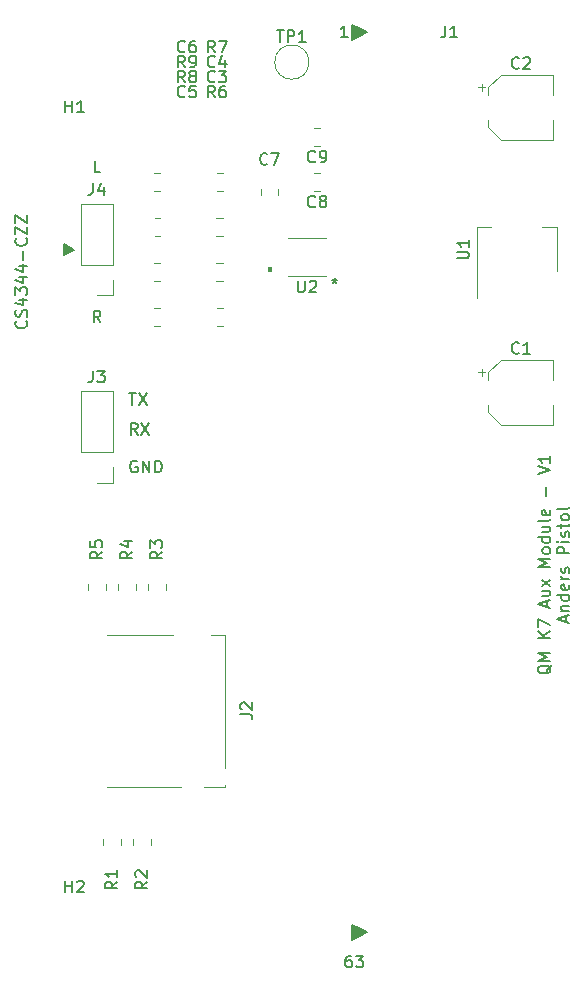
<source format=gbr>
%TF.GenerationSoftware,KiCad,Pcbnew,6.0.4-6f826c9f35~116~ubuntu21.10.1*%
%TF.CreationDate,2022-04-23T21:14:11+02:00*%
%TF.ProjectId,qm k7 aux brd,716d206b-3720-4617-9578-206272642e6b,rev?*%
%TF.SameCoordinates,Original*%
%TF.FileFunction,Legend,Top*%
%TF.FilePolarity,Positive*%
%FSLAX46Y46*%
G04 Gerber Fmt 4.6, Leading zero omitted, Abs format (unit mm)*
G04 Created by KiCad (PCBNEW 6.0.4-6f826c9f35~116~ubuntu21.10.1) date 2022-04-23 21:14:11*
%MOMM*%
%LPD*%
G01*
G04 APERTURE LIST*
%ADD10C,0.150000*%
%ADD11C,0.120000*%
%ADD12C,0.100000*%
G04 APERTURE END LIST*
D10*
G36*
X104775000Y-80645000D02*
G01*
X103880135Y-81083216D01*
X103880135Y-80202417D01*
X104775000Y-80645000D01*
G37*
X104775000Y-80645000D02*
X103880135Y-81083216D01*
X103880135Y-80202417D01*
X104775000Y-80645000D01*
X106989523Y-86812380D02*
X106656190Y-86336190D01*
X106418095Y-86812380D02*
X106418095Y-85812380D01*
X106799047Y-85812380D01*
X106894285Y-85860000D01*
X106941904Y-85907619D01*
X106989523Y-86002857D01*
X106989523Y-86145714D01*
X106941904Y-86240952D01*
X106894285Y-86288571D01*
X106799047Y-86336190D01*
X106418095Y-86336190D01*
X106989523Y-74112380D02*
X106513333Y-74112380D01*
X106513333Y-73112380D01*
X110079404Y-98560000D02*
X109984166Y-98512380D01*
X109841309Y-98512380D01*
X109698452Y-98560000D01*
X109603214Y-98655238D01*
X109555595Y-98750476D01*
X109507976Y-98940952D01*
X109507976Y-99083809D01*
X109555595Y-99274285D01*
X109603214Y-99369523D01*
X109698452Y-99464761D01*
X109841309Y-99512380D01*
X109936547Y-99512380D01*
X110079404Y-99464761D01*
X110127023Y-99417142D01*
X110127023Y-99083809D01*
X109936547Y-99083809D01*
X110555595Y-99512380D02*
X110555595Y-98512380D01*
X111127023Y-99512380D01*
X111127023Y-98512380D01*
X111603214Y-99512380D02*
X111603214Y-98512380D01*
X111841309Y-98512380D01*
X111984166Y-98560000D01*
X112079404Y-98655238D01*
X112127023Y-98750476D01*
X112174642Y-98940952D01*
X112174642Y-99083809D01*
X112127023Y-99274285D01*
X112079404Y-99369523D01*
X111984166Y-99464761D01*
X111841309Y-99512380D01*
X111603214Y-99512380D01*
X110127023Y-96337380D02*
X109793690Y-95861190D01*
X109555595Y-96337380D02*
X109555595Y-95337380D01*
X109936547Y-95337380D01*
X110031785Y-95385000D01*
X110079404Y-95432619D01*
X110127023Y-95527857D01*
X110127023Y-95670714D01*
X110079404Y-95765952D01*
X110031785Y-95813571D01*
X109936547Y-95861190D01*
X109555595Y-95861190D01*
X110460357Y-95337380D02*
X111127023Y-96337380D01*
X111127023Y-95337380D02*
X110460357Y-96337380D01*
X109412738Y-92797380D02*
X109984166Y-92797380D01*
X109698452Y-93797380D02*
X109698452Y-92797380D01*
X110222261Y-92797380D02*
X110888928Y-93797380D01*
X110888928Y-92797380D02*
X110222261Y-93797380D01*
X145157619Y-115815000D02*
X145110000Y-115910238D01*
X145014761Y-116005476D01*
X144871904Y-116148333D01*
X144824285Y-116243571D01*
X144824285Y-116338809D01*
X145062380Y-116291190D02*
X145014761Y-116386428D01*
X144919523Y-116481666D01*
X144729047Y-116529285D01*
X144395714Y-116529285D01*
X144205238Y-116481666D01*
X144110000Y-116386428D01*
X144062380Y-116291190D01*
X144062380Y-116100714D01*
X144110000Y-116005476D01*
X144205238Y-115910238D01*
X144395714Y-115862619D01*
X144729047Y-115862619D01*
X144919523Y-115910238D01*
X145014761Y-116005476D01*
X145062380Y-116100714D01*
X145062380Y-116291190D01*
X145062380Y-115434047D02*
X144062380Y-115434047D01*
X144776666Y-115100714D01*
X144062380Y-114767380D01*
X145062380Y-114767380D01*
X145062380Y-113529285D02*
X144062380Y-113529285D01*
X145062380Y-112957857D02*
X144490952Y-113386428D01*
X144062380Y-112957857D02*
X144633809Y-113529285D01*
X144062380Y-112624523D02*
X144062380Y-111957857D01*
X145062380Y-112386428D01*
X144776666Y-110862619D02*
X144776666Y-110386428D01*
X145062380Y-110957857D02*
X144062380Y-110624523D01*
X145062380Y-110291190D01*
X144395714Y-109529285D02*
X145062380Y-109529285D01*
X144395714Y-109957857D02*
X144919523Y-109957857D01*
X145014761Y-109910238D01*
X145062380Y-109815000D01*
X145062380Y-109672142D01*
X145014761Y-109576904D01*
X144967142Y-109529285D01*
X145062380Y-109148333D02*
X144395714Y-108624523D01*
X144395714Y-109148333D02*
X145062380Y-108624523D01*
X145062380Y-107481666D02*
X144062380Y-107481666D01*
X144776666Y-107148333D01*
X144062380Y-106815000D01*
X145062380Y-106815000D01*
X145062380Y-106195952D02*
X145014761Y-106291190D01*
X144967142Y-106338809D01*
X144871904Y-106386428D01*
X144586190Y-106386428D01*
X144490952Y-106338809D01*
X144443333Y-106291190D01*
X144395714Y-106195952D01*
X144395714Y-106053095D01*
X144443333Y-105957857D01*
X144490952Y-105910238D01*
X144586190Y-105862619D01*
X144871904Y-105862619D01*
X144967142Y-105910238D01*
X145014761Y-105957857D01*
X145062380Y-106053095D01*
X145062380Y-106195952D01*
X145062380Y-105005476D02*
X144062380Y-105005476D01*
X145014761Y-105005476D02*
X145062380Y-105100714D01*
X145062380Y-105291190D01*
X145014761Y-105386428D01*
X144967142Y-105434047D01*
X144871904Y-105481666D01*
X144586190Y-105481666D01*
X144490952Y-105434047D01*
X144443333Y-105386428D01*
X144395714Y-105291190D01*
X144395714Y-105100714D01*
X144443333Y-105005476D01*
X144395714Y-104100714D02*
X145062380Y-104100714D01*
X144395714Y-104529285D02*
X144919523Y-104529285D01*
X145014761Y-104481666D01*
X145062380Y-104386428D01*
X145062380Y-104243571D01*
X145014761Y-104148333D01*
X144967142Y-104100714D01*
X145062380Y-103481666D02*
X145014761Y-103576904D01*
X144919523Y-103624523D01*
X144062380Y-103624523D01*
X145014761Y-102719761D02*
X145062380Y-102815000D01*
X145062380Y-103005476D01*
X145014761Y-103100714D01*
X144919523Y-103148333D01*
X144538571Y-103148333D01*
X144443333Y-103100714D01*
X144395714Y-103005476D01*
X144395714Y-102815000D01*
X144443333Y-102719761D01*
X144538571Y-102672142D01*
X144633809Y-102672142D01*
X144729047Y-103148333D01*
X144681428Y-101481666D02*
X144681428Y-100719761D01*
X144062380Y-99624523D02*
X145062380Y-99291190D01*
X144062380Y-98957857D01*
X145062380Y-98100714D02*
X145062380Y-98672142D01*
X145062380Y-98386428D02*
X144062380Y-98386428D01*
X144205238Y-98481666D01*
X144300476Y-98576904D01*
X144348095Y-98672142D01*
X146386666Y-112124523D02*
X146386666Y-111648333D01*
X146672380Y-112219761D02*
X145672380Y-111886428D01*
X146672380Y-111553095D01*
X146005714Y-111219761D02*
X146672380Y-111219761D01*
X146100952Y-111219761D02*
X146053333Y-111172142D01*
X146005714Y-111076904D01*
X146005714Y-110934047D01*
X146053333Y-110838809D01*
X146148571Y-110791190D01*
X146672380Y-110791190D01*
X146672380Y-109886428D02*
X145672380Y-109886428D01*
X146624761Y-109886428D02*
X146672380Y-109981666D01*
X146672380Y-110172142D01*
X146624761Y-110267380D01*
X146577142Y-110315000D01*
X146481904Y-110362619D01*
X146196190Y-110362619D01*
X146100952Y-110315000D01*
X146053333Y-110267380D01*
X146005714Y-110172142D01*
X146005714Y-109981666D01*
X146053333Y-109886428D01*
X146624761Y-109029285D02*
X146672380Y-109124523D01*
X146672380Y-109315000D01*
X146624761Y-109410238D01*
X146529523Y-109457857D01*
X146148571Y-109457857D01*
X146053333Y-109410238D01*
X146005714Y-109315000D01*
X146005714Y-109124523D01*
X146053333Y-109029285D01*
X146148571Y-108981666D01*
X146243809Y-108981666D01*
X146339047Y-109457857D01*
X146672380Y-108553095D02*
X146005714Y-108553095D01*
X146196190Y-108553095D02*
X146100952Y-108505476D01*
X146053333Y-108457857D01*
X146005714Y-108362619D01*
X146005714Y-108267380D01*
X146624761Y-107981666D02*
X146672380Y-107886428D01*
X146672380Y-107695952D01*
X146624761Y-107600714D01*
X146529523Y-107553095D01*
X146481904Y-107553095D01*
X146386666Y-107600714D01*
X146339047Y-107695952D01*
X146339047Y-107838809D01*
X146291428Y-107934047D01*
X146196190Y-107981666D01*
X146148571Y-107981666D01*
X146053333Y-107934047D01*
X146005714Y-107838809D01*
X146005714Y-107695952D01*
X146053333Y-107600714D01*
X146672380Y-106362619D02*
X145672380Y-106362619D01*
X145672380Y-105981666D01*
X145720000Y-105886428D01*
X145767619Y-105838809D01*
X145862857Y-105791190D01*
X146005714Y-105791190D01*
X146100952Y-105838809D01*
X146148571Y-105886428D01*
X146196190Y-105981666D01*
X146196190Y-106362619D01*
X146672380Y-105362619D02*
X146005714Y-105362619D01*
X145672380Y-105362619D02*
X145720000Y-105410238D01*
X145767619Y-105362619D01*
X145720000Y-105315000D01*
X145672380Y-105362619D01*
X145767619Y-105362619D01*
X146624761Y-104934047D02*
X146672380Y-104838809D01*
X146672380Y-104648333D01*
X146624761Y-104553095D01*
X146529523Y-104505476D01*
X146481904Y-104505476D01*
X146386666Y-104553095D01*
X146339047Y-104648333D01*
X146339047Y-104791190D01*
X146291428Y-104886428D01*
X146196190Y-104934047D01*
X146148571Y-104934047D01*
X146053333Y-104886428D01*
X146005714Y-104791190D01*
X146005714Y-104648333D01*
X146053333Y-104553095D01*
X146005714Y-104219761D02*
X146005714Y-103838809D01*
X145672380Y-104076904D02*
X146529523Y-104076904D01*
X146624761Y-104029285D01*
X146672380Y-103934047D01*
X146672380Y-103838809D01*
X146672380Y-103362619D02*
X146624761Y-103457857D01*
X146577142Y-103505476D01*
X146481904Y-103553095D01*
X146196190Y-103553095D01*
X146100952Y-103505476D01*
X146053333Y-103457857D01*
X146005714Y-103362619D01*
X146005714Y-103219761D01*
X146053333Y-103124523D01*
X146100952Y-103076904D01*
X146196190Y-103029285D01*
X146481904Y-103029285D01*
X146577142Y-103076904D01*
X146624761Y-103124523D01*
X146672380Y-103219761D01*
X146672380Y-103362619D01*
X146672380Y-102457857D02*
X146624761Y-102553095D01*
X146529523Y-102600714D01*
X145672380Y-102600714D01*
G36*
X129540000Y-62230000D02*
G01*
X128270000Y-62865000D01*
X128270000Y-61595000D01*
X129540000Y-62230000D01*
G37*
X129540000Y-62230000D02*
X128270000Y-62865000D01*
X128270000Y-61595000D01*
X129540000Y-62230000D01*
G36*
X129540000Y-138430000D02*
G01*
X128270000Y-139065000D01*
X128270000Y-137795000D01*
X129540000Y-138430000D01*
G37*
X129540000Y-138430000D02*
X128270000Y-139065000D01*
X128270000Y-137795000D01*
X129540000Y-138430000D01*
X128204404Y-140422380D02*
X128013928Y-140422380D01*
X127918690Y-140470000D01*
X127871071Y-140517619D01*
X127775833Y-140660476D01*
X127728214Y-140850952D01*
X127728214Y-141231904D01*
X127775833Y-141327142D01*
X127823452Y-141374761D01*
X127918690Y-141422380D01*
X128109166Y-141422380D01*
X128204404Y-141374761D01*
X128252023Y-141327142D01*
X128299642Y-141231904D01*
X128299642Y-140993809D01*
X128252023Y-140898571D01*
X128204404Y-140850952D01*
X128109166Y-140803333D01*
X127918690Y-140803333D01*
X127823452Y-140850952D01*
X127775833Y-140898571D01*
X127728214Y-140993809D01*
X128632976Y-140422380D02*
X129252023Y-140422380D01*
X128918690Y-140803333D01*
X129061547Y-140803333D01*
X129156785Y-140850952D01*
X129204404Y-140898571D01*
X129252023Y-140993809D01*
X129252023Y-141231904D01*
X129204404Y-141327142D01*
X129156785Y-141374761D01*
X129061547Y-141422380D01*
X128775833Y-141422380D01*
X128680595Y-141374761D01*
X128632976Y-141327142D01*
X127920714Y-62682380D02*
X127349285Y-62682380D01*
X127635000Y-62682380D02*
X127635000Y-61682380D01*
X127539761Y-61825238D01*
X127444523Y-61920476D01*
X127349285Y-61968095D01*
%TO.C,R5*%
X107132380Y-106211666D02*
X106656190Y-106545000D01*
X107132380Y-106783095D02*
X106132380Y-106783095D01*
X106132380Y-106402142D01*
X106180000Y-106306904D01*
X106227619Y-106259285D01*
X106322857Y-106211666D01*
X106465714Y-106211666D01*
X106560952Y-106259285D01*
X106608571Y-106306904D01*
X106656190Y-106402142D01*
X106656190Y-106783095D01*
X106132380Y-105306904D02*
X106132380Y-105783095D01*
X106608571Y-105830714D01*
X106560952Y-105783095D01*
X106513333Y-105687857D01*
X106513333Y-105449761D01*
X106560952Y-105354523D01*
X106608571Y-105306904D01*
X106703809Y-105259285D01*
X106941904Y-105259285D01*
X107037142Y-105306904D01*
X107084761Y-105354523D01*
X107132380Y-105449761D01*
X107132380Y-105687857D01*
X107084761Y-105783095D01*
X107037142Y-105830714D01*
%TO.C,R6*%
X116673333Y-67762380D02*
X116340000Y-67286190D01*
X116101904Y-67762380D02*
X116101904Y-66762380D01*
X116482857Y-66762380D01*
X116578095Y-66810000D01*
X116625714Y-66857619D01*
X116673333Y-66952857D01*
X116673333Y-67095714D01*
X116625714Y-67190952D01*
X116578095Y-67238571D01*
X116482857Y-67286190D01*
X116101904Y-67286190D01*
X117530476Y-66762380D02*
X117340000Y-66762380D01*
X117244761Y-66810000D01*
X117197142Y-66857619D01*
X117101904Y-67000476D01*
X117054285Y-67190952D01*
X117054285Y-67571904D01*
X117101904Y-67667142D01*
X117149523Y-67714761D01*
X117244761Y-67762380D01*
X117435238Y-67762380D01*
X117530476Y-67714761D01*
X117578095Y-67667142D01*
X117625714Y-67571904D01*
X117625714Y-67333809D01*
X117578095Y-67238571D01*
X117530476Y-67190952D01*
X117435238Y-67143333D01*
X117244761Y-67143333D01*
X117149523Y-67190952D01*
X117101904Y-67238571D01*
X117054285Y-67333809D01*
%TO.C,R4*%
X109672380Y-106211666D02*
X109196190Y-106545000D01*
X109672380Y-106783095D02*
X108672380Y-106783095D01*
X108672380Y-106402142D01*
X108720000Y-106306904D01*
X108767619Y-106259285D01*
X108862857Y-106211666D01*
X109005714Y-106211666D01*
X109100952Y-106259285D01*
X109148571Y-106306904D01*
X109196190Y-106402142D01*
X109196190Y-106783095D01*
X109005714Y-105354523D02*
X109672380Y-105354523D01*
X108624761Y-105592619D02*
X109339047Y-105830714D01*
X109339047Y-105211666D01*
%TO.C,J3*%
X106346666Y-90892380D02*
X106346666Y-91606666D01*
X106299047Y-91749523D01*
X106203809Y-91844761D01*
X106060952Y-91892380D01*
X105965714Y-91892380D01*
X106727619Y-90892380D02*
X107346666Y-90892380D01*
X107013333Y-91273333D01*
X107156190Y-91273333D01*
X107251428Y-91320952D01*
X107299047Y-91368571D01*
X107346666Y-91463809D01*
X107346666Y-91701904D01*
X107299047Y-91797142D01*
X107251428Y-91844761D01*
X107156190Y-91892380D01*
X106870476Y-91892380D01*
X106775238Y-91844761D01*
X106727619Y-91797142D01*
%TO.C,H1*%
X104013095Y-69032380D02*
X104013095Y-68032380D01*
X104013095Y-68508571D02*
X104584523Y-68508571D01*
X104584523Y-69032380D02*
X104584523Y-68032380D01*
X105584523Y-69032380D02*
X105013095Y-69032380D01*
X105298809Y-69032380D02*
X105298809Y-68032380D01*
X105203571Y-68175238D01*
X105108333Y-68270476D01*
X105013095Y-68318095D01*
%TO.C,C1*%
X142413333Y-89367142D02*
X142365714Y-89414761D01*
X142222857Y-89462380D01*
X142127619Y-89462380D01*
X141984761Y-89414761D01*
X141889523Y-89319523D01*
X141841904Y-89224285D01*
X141794285Y-89033809D01*
X141794285Y-88890952D01*
X141841904Y-88700476D01*
X141889523Y-88605238D01*
X141984761Y-88510000D01*
X142127619Y-88462380D01*
X142222857Y-88462380D01*
X142365714Y-88510000D01*
X142413333Y-88557619D01*
X143365714Y-89462380D02*
X142794285Y-89462380D01*
X143080000Y-89462380D02*
X143080000Y-88462380D01*
X142984761Y-88605238D01*
X142889523Y-88700476D01*
X142794285Y-88748095D01*
%TO.C,C9*%
X125160833Y-73157142D02*
X125113214Y-73204761D01*
X124970357Y-73252380D01*
X124875119Y-73252380D01*
X124732261Y-73204761D01*
X124637023Y-73109523D01*
X124589404Y-73014285D01*
X124541785Y-72823809D01*
X124541785Y-72680952D01*
X124589404Y-72490476D01*
X124637023Y-72395238D01*
X124732261Y-72300000D01*
X124875119Y-72252380D01*
X124970357Y-72252380D01*
X125113214Y-72300000D01*
X125160833Y-72347619D01*
X125637023Y-73252380D02*
X125827500Y-73252380D01*
X125922738Y-73204761D01*
X125970357Y-73157142D01*
X126065595Y-73014285D01*
X126113214Y-72823809D01*
X126113214Y-72442857D01*
X126065595Y-72347619D01*
X126017976Y-72300000D01*
X125922738Y-72252380D01*
X125732261Y-72252380D01*
X125637023Y-72300000D01*
X125589404Y-72347619D01*
X125541785Y-72442857D01*
X125541785Y-72680952D01*
X125589404Y-72776190D01*
X125637023Y-72823809D01*
X125732261Y-72871428D01*
X125922738Y-72871428D01*
X126017976Y-72823809D01*
X126065595Y-72776190D01*
X126113214Y-72680952D01*
%TO.C,C4*%
X116673333Y-65127142D02*
X116625714Y-65174761D01*
X116482857Y-65222380D01*
X116387619Y-65222380D01*
X116244761Y-65174761D01*
X116149523Y-65079523D01*
X116101904Y-64984285D01*
X116054285Y-64793809D01*
X116054285Y-64650952D01*
X116101904Y-64460476D01*
X116149523Y-64365238D01*
X116244761Y-64270000D01*
X116387619Y-64222380D01*
X116482857Y-64222380D01*
X116625714Y-64270000D01*
X116673333Y-64317619D01*
X117530476Y-64555714D02*
X117530476Y-65222380D01*
X117292380Y-64174761D02*
X117054285Y-64889047D01*
X117673333Y-64889047D01*
%TO.C,U1*%
X137192380Y-81381904D02*
X138001904Y-81381904D01*
X138097142Y-81334285D01*
X138144761Y-81286666D01*
X138192380Y-81191428D01*
X138192380Y-81000952D01*
X138144761Y-80905714D01*
X138097142Y-80858095D01*
X138001904Y-80810476D01*
X137192380Y-80810476D01*
X138192380Y-79810476D02*
X138192380Y-80381904D01*
X138192380Y-80096190D02*
X137192380Y-80096190D01*
X137335238Y-80191428D01*
X137430476Y-80286666D01*
X137478095Y-80381904D01*
%TO.C,R9*%
X114133333Y-65222380D02*
X113800000Y-64746190D01*
X113561904Y-65222380D02*
X113561904Y-64222380D01*
X113942857Y-64222380D01*
X114038095Y-64270000D01*
X114085714Y-64317619D01*
X114133333Y-64412857D01*
X114133333Y-64555714D01*
X114085714Y-64650952D01*
X114038095Y-64698571D01*
X113942857Y-64746190D01*
X113561904Y-64746190D01*
X114609523Y-65222380D02*
X114800000Y-65222380D01*
X114895238Y-65174761D01*
X114942857Y-65127142D01*
X115038095Y-64984285D01*
X115085714Y-64793809D01*
X115085714Y-64412857D01*
X115038095Y-64317619D01*
X114990476Y-64270000D01*
X114895238Y-64222380D01*
X114704761Y-64222380D01*
X114609523Y-64270000D01*
X114561904Y-64317619D01*
X114514285Y-64412857D01*
X114514285Y-64650952D01*
X114561904Y-64746190D01*
X114609523Y-64793809D01*
X114704761Y-64841428D01*
X114895238Y-64841428D01*
X114990476Y-64793809D01*
X115038095Y-64746190D01*
X115085714Y-64650952D01*
%TO.C,C5*%
X114133333Y-67667142D02*
X114085714Y-67714761D01*
X113942857Y-67762380D01*
X113847619Y-67762380D01*
X113704761Y-67714761D01*
X113609523Y-67619523D01*
X113561904Y-67524285D01*
X113514285Y-67333809D01*
X113514285Y-67190952D01*
X113561904Y-67000476D01*
X113609523Y-66905238D01*
X113704761Y-66810000D01*
X113847619Y-66762380D01*
X113942857Y-66762380D01*
X114085714Y-66810000D01*
X114133333Y-66857619D01*
X115038095Y-66762380D02*
X114561904Y-66762380D01*
X114514285Y-67238571D01*
X114561904Y-67190952D01*
X114657142Y-67143333D01*
X114895238Y-67143333D01*
X114990476Y-67190952D01*
X115038095Y-67238571D01*
X115085714Y-67333809D01*
X115085714Y-67571904D01*
X115038095Y-67667142D01*
X114990476Y-67714761D01*
X114895238Y-67762380D01*
X114657142Y-67762380D01*
X114561904Y-67714761D01*
X114514285Y-67667142D01*
%TO.C,R1*%
X108402380Y-134151666D02*
X107926190Y-134485000D01*
X108402380Y-134723095D02*
X107402380Y-134723095D01*
X107402380Y-134342142D01*
X107450000Y-134246904D01*
X107497619Y-134199285D01*
X107592857Y-134151666D01*
X107735714Y-134151666D01*
X107830952Y-134199285D01*
X107878571Y-134246904D01*
X107926190Y-134342142D01*
X107926190Y-134723095D01*
X108402380Y-133199285D02*
X108402380Y-133770714D01*
X108402380Y-133485000D02*
X107402380Y-133485000D01*
X107545238Y-133580238D01*
X107640476Y-133675476D01*
X107688095Y-133770714D01*
%TO.C,J4*%
X106346666Y-75017380D02*
X106346666Y-75731666D01*
X106299047Y-75874523D01*
X106203809Y-75969761D01*
X106060952Y-76017380D01*
X105965714Y-76017380D01*
X107251428Y-75350714D02*
X107251428Y-76017380D01*
X107013333Y-74969761D02*
X106775238Y-75684047D01*
X107394285Y-75684047D01*
%TO.C,R3*%
X112212380Y-106211666D02*
X111736190Y-106545000D01*
X112212380Y-106783095D02*
X111212380Y-106783095D01*
X111212380Y-106402142D01*
X111260000Y-106306904D01*
X111307619Y-106259285D01*
X111402857Y-106211666D01*
X111545714Y-106211666D01*
X111640952Y-106259285D01*
X111688571Y-106306904D01*
X111736190Y-106402142D01*
X111736190Y-106783095D01*
X111212380Y-105878333D02*
X111212380Y-105259285D01*
X111593333Y-105592619D01*
X111593333Y-105449761D01*
X111640952Y-105354523D01*
X111688571Y-105306904D01*
X111783809Y-105259285D01*
X112021904Y-105259285D01*
X112117142Y-105306904D01*
X112164761Y-105354523D01*
X112212380Y-105449761D01*
X112212380Y-105735476D01*
X112164761Y-105830714D01*
X112117142Y-105878333D01*
%TO.C,C2*%
X142413333Y-65237142D02*
X142365714Y-65284761D01*
X142222857Y-65332380D01*
X142127619Y-65332380D01*
X141984761Y-65284761D01*
X141889523Y-65189523D01*
X141841904Y-65094285D01*
X141794285Y-64903809D01*
X141794285Y-64760952D01*
X141841904Y-64570476D01*
X141889523Y-64475238D01*
X141984761Y-64380000D01*
X142127619Y-64332380D01*
X142222857Y-64332380D01*
X142365714Y-64380000D01*
X142413333Y-64427619D01*
X142794285Y-64427619D02*
X142841904Y-64380000D01*
X142937142Y-64332380D01*
X143175238Y-64332380D01*
X143270476Y-64380000D01*
X143318095Y-64427619D01*
X143365714Y-64522857D01*
X143365714Y-64618095D01*
X143318095Y-64760952D01*
X142746666Y-65332380D01*
X143365714Y-65332380D01*
%TO.C,C6*%
X114133333Y-63857142D02*
X114085714Y-63904761D01*
X113942857Y-63952380D01*
X113847619Y-63952380D01*
X113704761Y-63904761D01*
X113609523Y-63809523D01*
X113561904Y-63714285D01*
X113514285Y-63523809D01*
X113514285Y-63380952D01*
X113561904Y-63190476D01*
X113609523Y-63095238D01*
X113704761Y-63000000D01*
X113847619Y-62952380D01*
X113942857Y-62952380D01*
X114085714Y-63000000D01*
X114133333Y-63047619D01*
X114990476Y-62952380D02*
X114800000Y-62952380D01*
X114704761Y-63000000D01*
X114657142Y-63047619D01*
X114561904Y-63190476D01*
X114514285Y-63380952D01*
X114514285Y-63761904D01*
X114561904Y-63857142D01*
X114609523Y-63904761D01*
X114704761Y-63952380D01*
X114895238Y-63952380D01*
X114990476Y-63904761D01*
X115038095Y-63857142D01*
X115085714Y-63761904D01*
X115085714Y-63523809D01*
X115038095Y-63428571D01*
X114990476Y-63380952D01*
X114895238Y-63333333D01*
X114704761Y-63333333D01*
X114609523Y-63380952D01*
X114561904Y-63428571D01*
X114514285Y-63523809D01*
%TO.C,R7*%
X116673333Y-63952380D02*
X116340000Y-63476190D01*
X116101904Y-63952380D02*
X116101904Y-62952380D01*
X116482857Y-62952380D01*
X116578095Y-63000000D01*
X116625714Y-63047619D01*
X116673333Y-63142857D01*
X116673333Y-63285714D01*
X116625714Y-63380952D01*
X116578095Y-63428571D01*
X116482857Y-63476190D01*
X116101904Y-63476190D01*
X117006666Y-62952380D02*
X117673333Y-62952380D01*
X117244761Y-63952380D01*
%TO.C,R8*%
X114133333Y-66492380D02*
X113800000Y-66016190D01*
X113561904Y-66492380D02*
X113561904Y-65492380D01*
X113942857Y-65492380D01*
X114038095Y-65540000D01*
X114085714Y-65587619D01*
X114133333Y-65682857D01*
X114133333Y-65825714D01*
X114085714Y-65920952D01*
X114038095Y-65968571D01*
X113942857Y-66016190D01*
X113561904Y-66016190D01*
X114704761Y-65920952D02*
X114609523Y-65873333D01*
X114561904Y-65825714D01*
X114514285Y-65730476D01*
X114514285Y-65682857D01*
X114561904Y-65587619D01*
X114609523Y-65540000D01*
X114704761Y-65492380D01*
X114895238Y-65492380D01*
X114990476Y-65540000D01*
X115038095Y-65587619D01*
X115085714Y-65682857D01*
X115085714Y-65730476D01*
X115038095Y-65825714D01*
X114990476Y-65873333D01*
X114895238Y-65920952D01*
X114704761Y-65920952D01*
X114609523Y-65968571D01*
X114561904Y-66016190D01*
X114514285Y-66111428D01*
X114514285Y-66301904D01*
X114561904Y-66397142D01*
X114609523Y-66444761D01*
X114704761Y-66492380D01*
X114895238Y-66492380D01*
X114990476Y-66444761D01*
X115038095Y-66397142D01*
X115085714Y-66301904D01*
X115085714Y-66111428D01*
X115038095Y-66016190D01*
X114990476Y-65968571D01*
X114895238Y-65920952D01*
%TO.C,C3*%
X116673333Y-66397142D02*
X116625714Y-66444761D01*
X116482857Y-66492380D01*
X116387619Y-66492380D01*
X116244761Y-66444761D01*
X116149523Y-66349523D01*
X116101904Y-66254285D01*
X116054285Y-66063809D01*
X116054285Y-65920952D01*
X116101904Y-65730476D01*
X116149523Y-65635238D01*
X116244761Y-65540000D01*
X116387619Y-65492380D01*
X116482857Y-65492380D01*
X116625714Y-65540000D01*
X116673333Y-65587619D01*
X117006666Y-65492380D02*
X117625714Y-65492380D01*
X117292380Y-65873333D01*
X117435238Y-65873333D01*
X117530476Y-65920952D01*
X117578095Y-65968571D01*
X117625714Y-66063809D01*
X117625714Y-66301904D01*
X117578095Y-66397142D01*
X117530476Y-66444761D01*
X117435238Y-66492380D01*
X117149523Y-66492380D01*
X117054285Y-66444761D01*
X117006666Y-66397142D01*
%TO.C,U2*%
X123698095Y-83272380D02*
X123698095Y-84081904D01*
X123745714Y-84177142D01*
X123793333Y-84224761D01*
X123888571Y-84272380D01*
X124079047Y-84272380D01*
X124174285Y-84224761D01*
X124221904Y-84177142D01*
X124269523Y-84081904D01*
X124269523Y-83272380D01*
X124698095Y-83367619D02*
X124745714Y-83320000D01*
X124840952Y-83272380D01*
X125079047Y-83272380D01*
X125174285Y-83320000D01*
X125221904Y-83367619D01*
X125269523Y-83462857D01*
X125269523Y-83558095D01*
X125221904Y-83700952D01*
X124650476Y-84272380D01*
X125269523Y-84272380D01*
X100687142Y-86692857D02*
X100734761Y-86740476D01*
X100782380Y-86883333D01*
X100782380Y-86978571D01*
X100734761Y-87121428D01*
X100639523Y-87216666D01*
X100544285Y-87264285D01*
X100353809Y-87311904D01*
X100210952Y-87311904D01*
X100020476Y-87264285D01*
X99925238Y-87216666D01*
X99830000Y-87121428D01*
X99782380Y-86978571D01*
X99782380Y-86883333D01*
X99830000Y-86740476D01*
X99877619Y-86692857D01*
X100734761Y-86311904D02*
X100782380Y-86169047D01*
X100782380Y-85930952D01*
X100734761Y-85835714D01*
X100687142Y-85788095D01*
X100591904Y-85740476D01*
X100496666Y-85740476D01*
X100401428Y-85788095D01*
X100353809Y-85835714D01*
X100306190Y-85930952D01*
X100258571Y-86121428D01*
X100210952Y-86216666D01*
X100163333Y-86264285D01*
X100068095Y-86311904D01*
X99972857Y-86311904D01*
X99877619Y-86264285D01*
X99830000Y-86216666D01*
X99782380Y-86121428D01*
X99782380Y-85883333D01*
X99830000Y-85740476D01*
X100115714Y-84883333D02*
X100782380Y-84883333D01*
X99734761Y-85121428D02*
X100449047Y-85359523D01*
X100449047Y-84740476D01*
X99782380Y-84454761D02*
X99782380Y-83835714D01*
X100163333Y-84169047D01*
X100163333Y-84026190D01*
X100210952Y-83930952D01*
X100258571Y-83883333D01*
X100353809Y-83835714D01*
X100591904Y-83835714D01*
X100687142Y-83883333D01*
X100734761Y-83930952D01*
X100782380Y-84026190D01*
X100782380Y-84311904D01*
X100734761Y-84407142D01*
X100687142Y-84454761D01*
X100115714Y-82978571D02*
X100782380Y-82978571D01*
X99734761Y-83216666D02*
X100449047Y-83454761D01*
X100449047Y-82835714D01*
X100115714Y-82026190D02*
X100782380Y-82026190D01*
X99734761Y-82264285D02*
X100449047Y-82502380D01*
X100449047Y-81883333D01*
X100401428Y-81502380D02*
X100401428Y-80740476D01*
X100687142Y-79692857D02*
X100734761Y-79740476D01*
X100782380Y-79883333D01*
X100782380Y-79978571D01*
X100734761Y-80121428D01*
X100639523Y-80216666D01*
X100544285Y-80264285D01*
X100353809Y-80311904D01*
X100210952Y-80311904D01*
X100020476Y-80264285D01*
X99925238Y-80216666D01*
X99830000Y-80121428D01*
X99782380Y-79978571D01*
X99782380Y-79883333D01*
X99830000Y-79740476D01*
X99877619Y-79692857D01*
X99782380Y-79359523D02*
X99782380Y-78692857D01*
X100782380Y-79359523D01*
X100782380Y-78692857D01*
X99782380Y-78407142D02*
X99782380Y-77740476D01*
X100782380Y-78407142D01*
X100782380Y-77740476D01*
X126815579Y-83078127D02*
X126815579Y-83316223D01*
X126577483Y-83220985D02*
X126815579Y-83316223D01*
X127053674Y-83220985D01*
X126672721Y-83506699D02*
X126815579Y-83316223D01*
X126958436Y-83506699D01*
%TO.C,TP1*%
X121928095Y-62074380D02*
X122499523Y-62074380D01*
X122213809Y-63074380D02*
X122213809Y-62074380D01*
X122832857Y-63074380D02*
X122832857Y-62074380D01*
X123213809Y-62074380D01*
X123309047Y-62122000D01*
X123356666Y-62169619D01*
X123404285Y-62264857D01*
X123404285Y-62407714D01*
X123356666Y-62502952D01*
X123309047Y-62550571D01*
X123213809Y-62598190D01*
X122832857Y-62598190D01*
X124356666Y-63074380D02*
X123785238Y-63074380D01*
X124070952Y-63074380D02*
X124070952Y-62074380D01*
X123975714Y-62217238D01*
X123880476Y-62312476D01*
X123785238Y-62360095D01*
%TO.C,H2*%
X104013095Y-135072380D02*
X104013095Y-134072380D01*
X104013095Y-134548571D02*
X104584523Y-134548571D01*
X104584523Y-135072380D02*
X104584523Y-134072380D01*
X105013095Y-134167619D02*
X105060714Y-134120000D01*
X105155952Y-134072380D01*
X105394047Y-134072380D01*
X105489285Y-134120000D01*
X105536904Y-134167619D01*
X105584523Y-134262857D01*
X105584523Y-134358095D01*
X105536904Y-134500952D01*
X104965476Y-135072380D01*
X105584523Y-135072380D01*
%TO.C,C8*%
X125160833Y-76967142D02*
X125113214Y-77014761D01*
X124970357Y-77062380D01*
X124875119Y-77062380D01*
X124732261Y-77014761D01*
X124637023Y-76919523D01*
X124589404Y-76824285D01*
X124541785Y-76633809D01*
X124541785Y-76490952D01*
X124589404Y-76300476D01*
X124637023Y-76205238D01*
X124732261Y-76110000D01*
X124875119Y-76062380D01*
X124970357Y-76062380D01*
X125113214Y-76110000D01*
X125160833Y-76157619D01*
X125732261Y-76490952D02*
X125637023Y-76443333D01*
X125589404Y-76395714D01*
X125541785Y-76300476D01*
X125541785Y-76252857D01*
X125589404Y-76157619D01*
X125637023Y-76110000D01*
X125732261Y-76062380D01*
X125922738Y-76062380D01*
X126017976Y-76110000D01*
X126065595Y-76157619D01*
X126113214Y-76252857D01*
X126113214Y-76300476D01*
X126065595Y-76395714D01*
X126017976Y-76443333D01*
X125922738Y-76490952D01*
X125732261Y-76490952D01*
X125637023Y-76538571D01*
X125589404Y-76586190D01*
X125541785Y-76681428D01*
X125541785Y-76871904D01*
X125589404Y-76967142D01*
X125637023Y-77014761D01*
X125732261Y-77062380D01*
X125922738Y-77062380D01*
X126017976Y-77014761D01*
X126065595Y-76967142D01*
X126113214Y-76871904D01*
X126113214Y-76681428D01*
X126065595Y-76586190D01*
X126017976Y-76538571D01*
X125922738Y-76490952D01*
%TO.C,C7*%
X121118333Y-73382142D02*
X121070714Y-73429761D01*
X120927857Y-73477380D01*
X120832619Y-73477380D01*
X120689761Y-73429761D01*
X120594523Y-73334523D01*
X120546904Y-73239285D01*
X120499285Y-73048809D01*
X120499285Y-72905952D01*
X120546904Y-72715476D01*
X120594523Y-72620238D01*
X120689761Y-72525000D01*
X120832619Y-72477380D01*
X120927857Y-72477380D01*
X121070714Y-72525000D01*
X121118333Y-72572619D01*
X121451666Y-72477380D02*
X122118333Y-72477380D01*
X121689761Y-73477380D01*
%TO.C,R2*%
X110942380Y-134151666D02*
X110466190Y-134485000D01*
X110942380Y-134723095D02*
X109942380Y-134723095D01*
X109942380Y-134342142D01*
X109990000Y-134246904D01*
X110037619Y-134199285D01*
X110132857Y-134151666D01*
X110275714Y-134151666D01*
X110370952Y-134199285D01*
X110418571Y-134246904D01*
X110466190Y-134342142D01*
X110466190Y-134723095D01*
X110037619Y-133770714D02*
X109990000Y-133723095D01*
X109942380Y-133627857D01*
X109942380Y-133389761D01*
X109990000Y-133294523D01*
X110037619Y-133246904D01*
X110132857Y-133199285D01*
X110228095Y-133199285D01*
X110370952Y-133246904D01*
X110942380Y-133818333D01*
X110942380Y-133199285D01*
%TO.C,J2*%
X118837380Y-119983333D02*
X119551666Y-119983333D01*
X119694523Y-120030952D01*
X119789761Y-120126190D01*
X119837380Y-120269047D01*
X119837380Y-120364285D01*
X118932619Y-119554761D02*
X118885000Y-119507142D01*
X118837380Y-119411904D01*
X118837380Y-119173809D01*
X118885000Y-119078571D01*
X118932619Y-119030952D01*
X119027857Y-118983333D01*
X119123095Y-118983333D01*
X119265952Y-119030952D01*
X119837380Y-119602380D01*
X119837380Y-118983333D01*
%TO.C,J1*%
X136191666Y-61682380D02*
X136191666Y-62396666D01*
X136144047Y-62539523D01*
X136048809Y-62634761D01*
X135905952Y-62682380D01*
X135810714Y-62682380D01*
X137191666Y-62682380D02*
X136620238Y-62682380D01*
X136905952Y-62682380D02*
X136905952Y-61682380D01*
X136810714Y-61825238D01*
X136715476Y-61920476D01*
X136620238Y-61968095D01*
D11*
%TO.C,R5*%
X107415000Y-108992936D02*
X107415000Y-109447064D01*
X105945000Y-108992936D02*
X105945000Y-109447064D01*
%TO.C,R6*%
X116882936Y-85625000D02*
X117337064Y-85625000D01*
X116882936Y-87095000D02*
X117337064Y-87095000D01*
%TO.C,R4*%
X108485000Y-108992936D02*
X108485000Y-109447064D01*
X109955000Y-108992936D02*
X109955000Y-109447064D01*
%TO.C,J3*%
X108010000Y-97790000D02*
X108010000Y-92650000D01*
X108010000Y-92650000D02*
X105350000Y-92650000D01*
X108010000Y-100390000D02*
X106680000Y-100390000D01*
X105350000Y-97790000D02*
X105350000Y-92650000D01*
X108010000Y-99060000D02*
X108010000Y-100390000D01*
X108010000Y-97790000D02*
X105350000Y-97790000D01*
%TO.C,C1*%
X139820000Y-94405563D02*
X140884437Y-95470000D01*
X138955000Y-91025000D02*
X139580000Y-91025000D01*
X139820000Y-91014437D02*
X139820000Y-91650000D01*
X139820000Y-91014437D02*
X140884437Y-89950000D01*
X140884437Y-89950000D02*
X145340000Y-89950000D01*
X139267500Y-90712500D02*
X139267500Y-91337500D01*
X139820000Y-94405563D02*
X139820000Y-93770000D01*
X145340000Y-95470000D02*
X145340000Y-93770000D01*
X140884437Y-95470000D02*
X145340000Y-95470000D01*
X145340000Y-89950000D02*
X145340000Y-91650000D01*
%TO.C,C9*%
X125588752Y-70385000D02*
X125066248Y-70385000D01*
X125588752Y-71855000D02*
X125066248Y-71855000D01*
%TO.C,C4*%
X117333752Y-79475000D02*
X116811248Y-79475000D01*
X117333752Y-78005000D02*
X116811248Y-78005000D01*
%TO.C,U1*%
X138830000Y-78710000D02*
X140090000Y-78710000D01*
X145650000Y-78710000D02*
X144390000Y-78710000D01*
X138830000Y-84720000D02*
X138830000Y-78710000D01*
X145650000Y-82470000D02*
X145650000Y-78710000D01*
%TO.C,R9*%
X112024564Y-78005000D02*
X111570436Y-78005000D01*
X112024564Y-79475000D02*
X111570436Y-79475000D01*
%TO.C,C5*%
X112021252Y-87095000D02*
X111498748Y-87095000D01*
X112021252Y-85625000D02*
X111498748Y-85625000D01*
%TO.C,R1*%
X108685000Y-131037064D02*
X108685000Y-130582936D01*
X107215000Y-131037064D02*
X107215000Y-130582936D01*
%TO.C,J4*%
X108010000Y-84515000D02*
X106680000Y-84515000D01*
X108010000Y-81915000D02*
X105350000Y-81915000D01*
X108010000Y-83185000D02*
X108010000Y-84515000D01*
X108010000Y-76775000D02*
X105350000Y-76775000D01*
X105350000Y-81915000D02*
X105350000Y-76775000D01*
X108010000Y-81915000D02*
X108010000Y-76775000D01*
%TO.C,R3*%
X112495000Y-108992936D02*
X112495000Y-109447064D01*
X111025000Y-108992936D02*
X111025000Y-109447064D01*
%TO.C,C2*%
X138955000Y-66895000D02*
X139580000Y-66895000D01*
X139820000Y-66884437D02*
X140884437Y-65820000D01*
X139820000Y-70275563D02*
X140884437Y-71340000D01*
X140884437Y-65820000D02*
X145340000Y-65820000D01*
X139267500Y-66582500D02*
X139267500Y-67207500D01*
X139820000Y-70275563D02*
X139820000Y-69640000D01*
X140884437Y-71340000D02*
X145340000Y-71340000D01*
X145340000Y-71340000D02*
X145340000Y-69640000D01*
X145340000Y-65820000D02*
X145340000Y-67520000D01*
X139820000Y-66884437D02*
X139820000Y-67520000D01*
%TO.C,C6*%
X112021252Y-74195000D02*
X111498748Y-74195000D01*
X112021252Y-75665000D02*
X111498748Y-75665000D01*
%TO.C,R7*%
X116882936Y-75665000D02*
X117337064Y-75665000D01*
X116882936Y-74195000D02*
X117337064Y-74195000D01*
%TO.C,R8*%
X111987064Y-83285000D02*
X111532936Y-83285000D01*
X111987064Y-81815000D02*
X111532936Y-81815000D01*
%TO.C,C3*%
X117333752Y-81815000D02*
X116811248Y-81815000D01*
X117333752Y-83285000D02*
X116811248Y-83285000D01*
%TO.C,U2*%
X122834400Y-82905600D02*
X126085600Y-82905600D01*
X126085600Y-79654400D02*
X122834400Y-79654400D01*
G36*
X121404901Y-82470501D02*
G01*
X121150901Y-82470501D01*
X121150901Y-82089501D01*
X121404901Y-82089501D01*
X121404901Y-82470501D01*
G37*
D12*
X121404901Y-82470501D02*
X121150901Y-82470501D01*
X121150901Y-82089501D01*
X121404901Y-82089501D01*
X121404901Y-82470501D01*
D11*
%TO.C,TP1*%
X124640000Y-64770000D02*
G75*
G03*
X124640000Y-64770000I-1450000J0D01*
G01*
%TO.C,C8*%
X125588752Y-74195000D02*
X125066248Y-74195000D01*
X125588752Y-75665000D02*
X125066248Y-75665000D01*
%TO.C,C7*%
X120550000Y-76058752D02*
X120550000Y-75536248D01*
X122020000Y-76058752D02*
X122020000Y-75536248D01*
%TO.C,R2*%
X111225000Y-131037064D02*
X111225000Y-130582936D01*
X109755000Y-131037064D02*
X109755000Y-130582936D01*
%TO.C,J2*%
X113835000Y-126110000D02*
X107535000Y-126110000D01*
X116385000Y-113240000D02*
X117545000Y-113240000D01*
X117545000Y-113240000D02*
X117545000Y-124500000D01*
X117545000Y-126110000D02*
X115735000Y-126110000D01*
X117545000Y-126000000D02*
X117545000Y-126110000D01*
X113135000Y-113240000D02*
X107535000Y-113240000D01*
%TD*%
M02*

</source>
